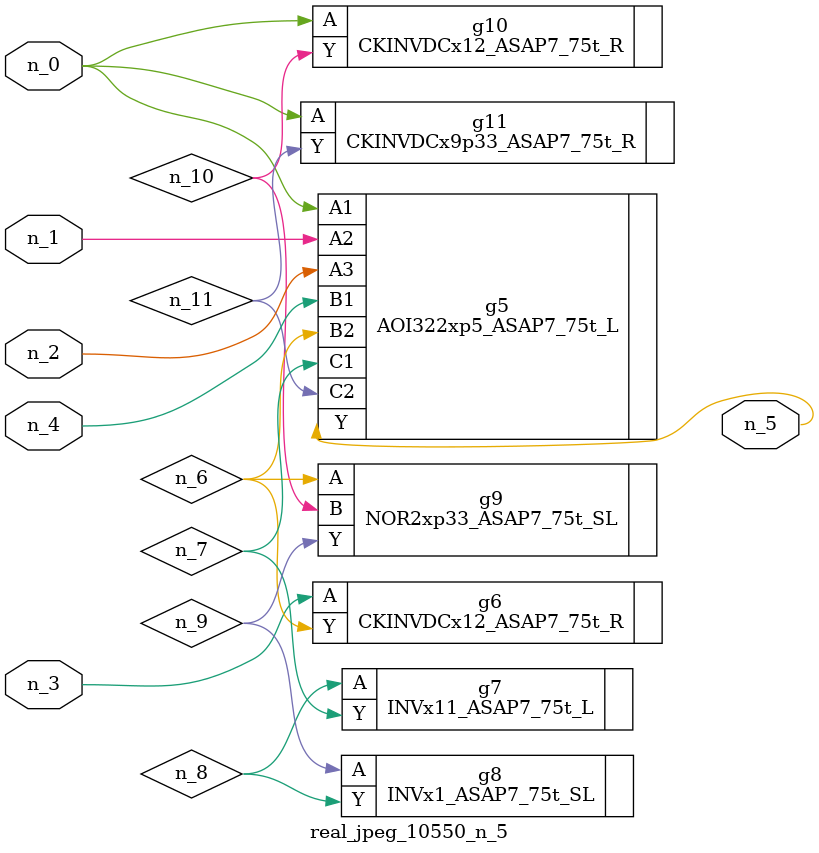
<source format=v>
module real_jpeg_10550_n_5 (n_4, n_0, n_1, n_2, n_3, n_5);

input n_4;
input n_0;
input n_1;
input n_2;
input n_3;

output n_5;

wire n_8;
wire n_11;
wire n_6;
wire n_7;
wire n_10;
wire n_9;

AOI322xp5_ASAP7_75t_L g5 ( 
.A1(n_0),
.A2(n_1),
.A3(n_2),
.B1(n_4),
.B2(n_6),
.C1(n_7),
.C2(n_11),
.Y(n_5)
);

CKINVDCx12_ASAP7_75t_R g10 ( 
.A(n_0),
.Y(n_10)
);

CKINVDCx9p33_ASAP7_75t_R g11 ( 
.A(n_0),
.Y(n_11)
);

CKINVDCx12_ASAP7_75t_R g6 ( 
.A(n_3),
.Y(n_6)
);

NOR2xp33_ASAP7_75t_SL g9 ( 
.A(n_6),
.B(n_10),
.Y(n_9)
);

INVx11_ASAP7_75t_L g7 ( 
.A(n_8),
.Y(n_7)
);

INVx1_ASAP7_75t_SL g8 ( 
.A(n_9),
.Y(n_8)
);


endmodule
</source>
